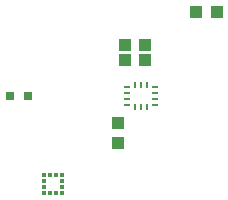
<source format=gbr>
G04 EAGLE Gerber RS-274X export*
G75*
%MOMM*%
%FSLAX34Y34*%
%LPD*%
%INSolderpaste Top*%
%IPPOS*%
%AMOC8*
5,1,8,0,0,1.08239X$1,22.5*%
G01*
%ADD10R,0.800000X0.800000*%
%ADD11R,1.000000X1.100000*%
%ADD12R,0.475000X0.250000*%
%ADD13R,0.250000X0.475000*%
%ADD14R,1.100000X1.000000*%
%ADD15R,0.350000X0.375000*%
%ADD16R,0.375000X0.350000*%


D10*
X250388Y341313D03*
X235388Y341313D03*
D11*
X410138Y412750D03*
X393138Y412750D03*
D12*
X357700Y333813D03*
X357700Y338813D03*
X357700Y343813D03*
X357700Y348813D03*
D13*
X351075Y350438D03*
X346075Y350438D03*
X341075Y350438D03*
D12*
X334450Y348813D03*
X334450Y343813D03*
X334450Y338813D03*
X334450Y333813D03*
D13*
X341075Y332188D03*
X346075Y332188D03*
X351075Y332188D03*
D14*
X327025Y301063D03*
X327025Y318063D03*
X332813Y371475D03*
X349813Y371475D03*
X332813Y384175D03*
X349813Y384175D03*
D15*
X278963Y274320D03*
X273963Y274320D03*
X268963Y274320D03*
X263963Y274320D03*
X263963Y259080D03*
X268963Y259080D03*
X273963Y259080D03*
X278963Y259080D03*
D16*
X263843Y269200D03*
X263843Y264200D03*
X279083Y264200D03*
X279083Y269200D03*
M02*

</source>
